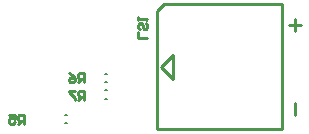
<source format=gbo>
G04*
G04 #@! TF.GenerationSoftware,Altium Limited,Altium Designer,21.4.1 (30)*
G04*
G04 Layer_Color=32896*
%FSLAX25Y25*%
%MOIN*%
G70*
G04*
G04 #@! TF.SameCoordinates,1EC51C1C-F771-4994-86DF-2D69714EE4D9*
G04*
G04*
G04 #@! TF.FilePolarity,Positive*
G04*
G01*
G75*
%ADD11C,0.01000*%
%ADD12C,0.00787*%
D11*
X156996Y146866D02*
X196366D01*
X154634Y144504D02*
X156996Y146866D01*
X154634Y105134D02*
Y144504D01*
X196366Y105134D02*
Y146866D01*
X154634Y105134D02*
X196366D01*
X160146Y122063D02*
Y129937D01*
X156209Y126000D02*
X160146Y122063D01*
X156209Y126000D02*
X160146Y129937D01*
X198728Y139976D02*
X202665D01*
X200697Y138008D02*
Y141945D01*
Y110055D02*
Y113992D01*
X130353Y120745D02*
Y123744D01*
X128854D01*
X128354Y123244D01*
Y122244D01*
X128854Y121744D01*
X130353D01*
X129354D02*
X128354Y120745D01*
X125355Y123744D02*
X126355Y123244D01*
X127355Y122244D01*
Y121244D01*
X126855Y120745D01*
X125855D01*
X125355Y121244D01*
Y121744D01*
X125855Y122244D01*
X127355D01*
X130452Y115036D02*
Y118035D01*
X128952D01*
X128453Y117535D01*
Y116535D01*
X128952Y116036D01*
X130452D01*
X129452D02*
X128453Y115036D01*
X127453Y118035D02*
X125454D01*
Y117535D01*
X127453Y115536D01*
Y115036D01*
X110373Y107063D02*
Y110063D01*
X108874D01*
X108374Y109563D01*
Y108563D01*
X108874Y108063D01*
X110373D01*
X109373D02*
X108374Y107063D01*
X105375Y110063D02*
X107374D01*
Y108563D01*
X106375Y109063D01*
X105875D01*
X105375Y108563D01*
Y107563D01*
X105875Y107063D01*
X106874D01*
X107374Y107563D01*
X151499Y135501D02*
X148501D01*
Y137501D01*
X151000Y140499D02*
X151499Y140000D01*
Y139000D01*
X151000Y138500D01*
X150500D01*
X150000Y139000D01*
Y140000D01*
X149500Y140499D01*
X149000D01*
X148501Y140000D01*
Y139000D01*
X149000Y138500D01*
X148501Y141499D02*
Y142499D01*
Y141999D01*
X151499D01*
X151000Y141499D01*
D12*
X137297Y120844D02*
X138097D01*
X137297Y123600D02*
X138097D01*
X137297Y118132D02*
X138097D01*
X137297Y115376D02*
X138097D01*
X124009Y107163D02*
X124809D01*
X124009Y109919D02*
X124809D01*
M02*

</source>
